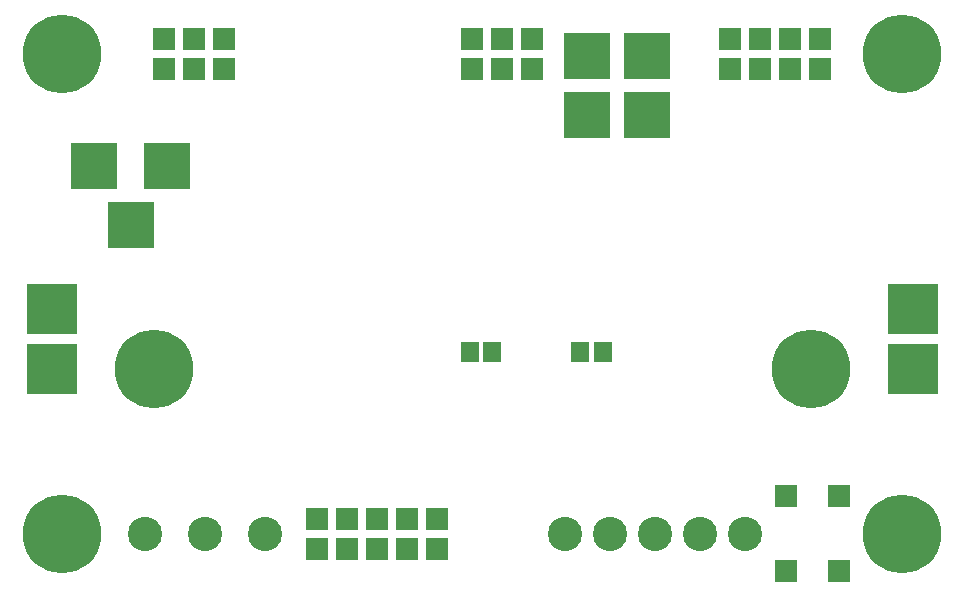
<source format=gbr>
G75*
G70*
%OFA0B0*%
%FSLAX24Y24*%
%IPPOS*%
%LPD*%
%AMOC8*
5,1,8,0,0,1.08239X$1,22.5*
%
%ADD10R,0.0730X0.0730*%
%ADD11R,0.1655X0.1655*%
%ADD12C,0.2620*%
%ADD13R,0.1582X0.1582*%
%ADD14C,0.1143*%
%ADD15R,0.0740X0.0740*%
%ADD16R,0.1580X0.1580*%
%ADD17R,0.0592X0.0671*%
D10*
X010660Y006413D03*
X011660Y006413D03*
X012660Y006413D03*
X013660Y006413D03*
X014660Y006413D03*
X014660Y007413D03*
X013660Y007413D03*
X012660Y007413D03*
X011660Y007413D03*
X010660Y007413D03*
X007535Y022413D03*
X006535Y022413D03*
X005535Y022413D03*
X005535Y023413D03*
X006535Y023413D03*
X007535Y023413D03*
X015833Y023413D03*
X016833Y023413D03*
X017833Y023413D03*
X017833Y022413D03*
X016833Y022413D03*
X015833Y022413D03*
X024409Y022413D03*
X025409Y022413D03*
X026409Y022413D03*
X027409Y022413D03*
X027409Y023413D03*
X026409Y023413D03*
X025409Y023413D03*
X024409Y023413D03*
D11*
X030510Y014413D03*
X030510Y012413D03*
X001810Y012413D03*
X001810Y014413D03*
D12*
X002160Y006913D03*
X005213Y012413D03*
X002160Y022913D03*
X027107Y012413D03*
X030160Y006913D03*
X030160Y022913D03*
D13*
X005660Y019163D03*
X004440Y017194D03*
X003219Y019163D03*
D14*
X004910Y006913D03*
X006910Y006913D03*
X008910Y006913D03*
X018910Y006913D03*
X020410Y006913D03*
X021910Y006913D03*
X023410Y006913D03*
X024910Y006913D03*
D15*
X026274Y008153D03*
X028046Y008153D03*
X028046Y005673D03*
X026274Y005673D03*
D16*
X021660Y020866D03*
X019660Y020866D03*
X019660Y022834D03*
X021660Y022834D03*
D17*
X020168Y012948D03*
X019420Y012948D03*
X016500Y012977D03*
X015752Y012977D03*
M02*

</source>
